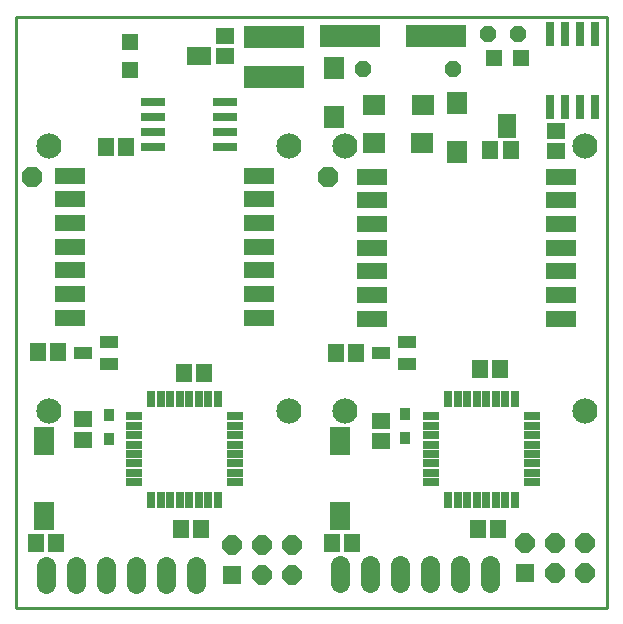
<source format=gts>
G75*
G70*
%OFA0B0*%
%FSLAX24Y24*%
%IPPOS*%
%LPD*%
%AMOC8*
5,1,8,0,0,1.08239X$1,22.5*
%
%ADD10C,0.0100*%
%ADD11C,0.0640*%
%ADD12R,0.0631X0.0552*%
%ADD13OC8,0.0670*%
%ADD14R,0.0640X0.0640*%
%ADD15OC8,0.0640*%
%ADD16R,0.1040X0.0540*%
%ADD17R,0.0260X0.0540*%
%ADD18R,0.0540X0.0260*%
%ADD19R,0.0840X0.0300*%
%ADD20R,0.0552X0.0631*%
%ADD21R,0.0591X0.0434*%
%ADD22R,0.0355X0.0434*%
%ADD23C,0.0840*%
%ADD24R,0.0670X0.0946*%
%ADD25R,0.0552X0.0552*%
%ADD26R,0.0827X0.0592*%
%ADD27R,0.2040X0.0760*%
%ADD28R,0.0300X0.0840*%
%ADD29R,0.0592X0.0827*%
%ADD30OC8,0.0560*%
%ADD31R,0.0749X0.0709*%
%ADD32R,0.0709X0.0749*%
D10*
X001167Y001356D02*
X001167Y021031D01*
X020842Y021031D01*
X020842Y021056D01*
X020842Y021031D02*
X020842Y001356D01*
X001167Y001356D01*
D11*
X002148Y002144D02*
X002148Y002744D01*
X003148Y002744D02*
X003148Y002144D01*
X004148Y002144D02*
X004148Y002744D01*
X005148Y002744D02*
X005148Y002144D01*
X006148Y002144D02*
X006148Y002744D01*
X007148Y002744D02*
X007148Y002144D01*
X011967Y002167D02*
X011967Y002767D01*
X012967Y002767D02*
X012967Y002167D01*
X013967Y002167D02*
X013967Y002767D01*
X014967Y002767D02*
X014967Y002167D01*
X015967Y002167D02*
X015967Y002767D01*
X016967Y002767D02*
X016967Y002167D01*
D12*
X013317Y006921D03*
X013317Y007590D03*
X019167Y016591D03*
X019167Y017260D03*
X008117Y019741D03*
X008117Y020410D03*
X003401Y007629D03*
X003401Y006960D03*
D13*
X001676Y015727D03*
X011567Y015706D03*
D14*
X008355Y002450D03*
X018135Y002496D03*
D15*
X018135Y003496D03*
X019135Y003496D03*
X020135Y003496D03*
X020135Y002496D03*
X019135Y002496D03*
X010355Y002450D03*
X010355Y003450D03*
X009355Y003450D03*
X009355Y002450D03*
X008355Y003450D03*
D16*
X009247Y011027D03*
X009247Y011815D03*
X009247Y012602D03*
X009247Y013389D03*
X009247Y014177D03*
X009247Y014964D03*
X009247Y015752D03*
X013017Y015718D03*
X013017Y014931D03*
X013017Y014143D03*
X013017Y013356D03*
X013017Y012568D03*
X013017Y011781D03*
X013017Y010994D03*
X019316Y010994D03*
X019316Y011781D03*
X019316Y012568D03*
X019316Y013356D03*
X019316Y014143D03*
X019316Y014931D03*
X019316Y015718D03*
X002948Y015752D03*
X002948Y014964D03*
X002948Y014177D03*
X002948Y013389D03*
X002948Y012602D03*
X002948Y011815D03*
X002948Y011027D03*
D17*
X005670Y008324D03*
X005985Y008324D03*
X006300Y008324D03*
X006615Y008324D03*
X006930Y008324D03*
X007245Y008324D03*
X007560Y008324D03*
X007875Y008324D03*
X007875Y004944D03*
X007560Y004944D03*
X007245Y004944D03*
X006930Y004944D03*
X006615Y004944D03*
X006300Y004944D03*
X005985Y004944D03*
X005670Y004944D03*
X015570Y004944D03*
X015885Y004944D03*
X016200Y004944D03*
X016515Y004944D03*
X016830Y004944D03*
X017145Y004944D03*
X017460Y004944D03*
X017775Y004944D03*
X017775Y008324D03*
X017460Y008324D03*
X017145Y008324D03*
X016830Y008324D03*
X016515Y008324D03*
X016200Y008324D03*
X015885Y008324D03*
X015570Y008324D03*
D18*
X014983Y007737D03*
X014983Y007422D03*
X014983Y007107D03*
X014983Y006792D03*
X014983Y006477D03*
X014983Y006162D03*
X014983Y005847D03*
X014983Y005532D03*
X018363Y005532D03*
X018363Y005847D03*
X018363Y006162D03*
X018363Y006477D03*
X018363Y006792D03*
X018363Y007107D03*
X018363Y007422D03*
X018363Y007737D03*
X008463Y007737D03*
X008463Y007422D03*
X008463Y007107D03*
X008463Y006792D03*
X008463Y006477D03*
X008463Y006162D03*
X008463Y005847D03*
X008463Y005532D03*
X005083Y005532D03*
X005083Y005847D03*
X005083Y006162D03*
X005083Y006477D03*
X005083Y006792D03*
X005083Y007107D03*
X005083Y007422D03*
X005083Y007737D03*
D19*
X005717Y016696D03*
X005717Y017196D03*
X005717Y017696D03*
X005717Y018196D03*
X008137Y018196D03*
X008137Y017696D03*
X008137Y017196D03*
X008137Y016696D03*
D20*
X004811Y016696D03*
X004142Y016696D03*
X002551Y009876D03*
X001882Y009876D03*
X006752Y009186D03*
X007421Y009186D03*
X011832Y009836D03*
X012501Y009836D03*
X016632Y009306D03*
X017301Y009306D03*
X017221Y003966D03*
X016552Y003966D03*
X012351Y003506D03*
X011682Y003506D03*
X007321Y003966D03*
X006652Y003966D03*
X002491Y003506D03*
X001822Y003506D03*
X016972Y016606D03*
X017641Y016606D03*
D21*
X014200Y010220D03*
X014200Y009472D03*
X013334Y009846D03*
X004260Y010220D03*
X004260Y009472D03*
X003394Y009846D03*
D22*
X004257Y007770D03*
X004257Y006982D03*
X014117Y007012D03*
X014117Y007800D03*
D23*
X012117Y007906D03*
X010267Y007906D03*
X002267Y007906D03*
X002267Y016756D03*
X010267Y016756D03*
X012117Y016756D03*
X020117Y016756D03*
X020117Y007906D03*
D24*
X011967Y006896D03*
X011967Y004416D03*
X002097Y004416D03*
X002097Y006896D03*
D25*
X004967Y019293D03*
X004967Y020199D03*
X017084Y019686D03*
X017989Y019686D03*
D26*
X007242Y019746D03*
D27*
X009747Y020376D03*
X009747Y019036D03*
X012277Y020416D03*
X015157Y020406D03*
D28*
X018947Y020476D03*
X019447Y020476D03*
X019947Y020476D03*
X020447Y020476D03*
X020447Y018056D03*
X019947Y018056D03*
X019447Y018056D03*
X018947Y018056D03*
D29*
X017537Y017411D03*
D30*
X015727Y019296D03*
X016887Y020466D03*
X017887Y020466D03*
X012727Y019296D03*
D31*
X013100Y018126D03*
X013090Y016836D03*
X014704Y016836D03*
X014714Y018126D03*
D32*
X015867Y018163D03*
X015867Y016549D03*
X011757Y017719D03*
X011757Y019333D03*
M02*

</source>
